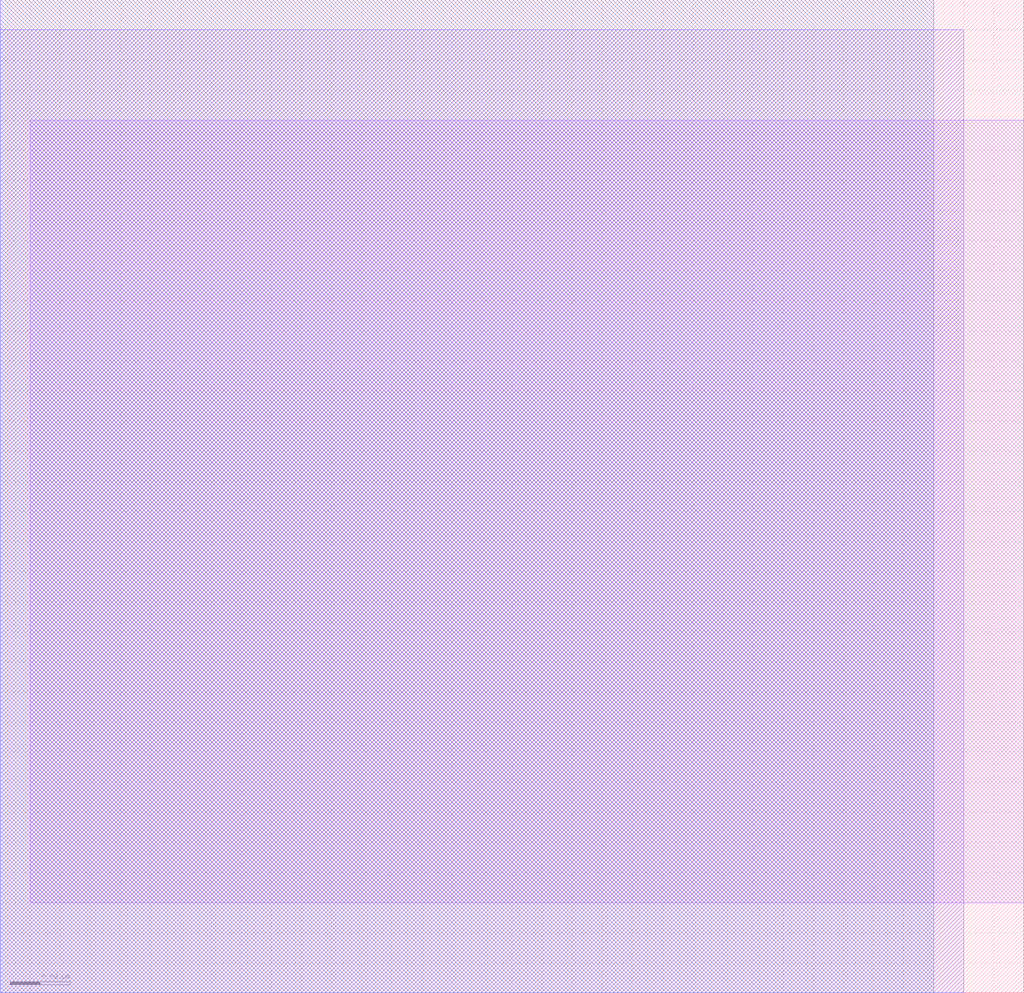
<source format=lef>
VERSION 5.7 ;
  NOWIREEXTENSIONATPIN ON ;
  DIVIDERCHAR "/" ;
  BUSBITCHARS "[]" ;
MACRO /home/bjmuld/work/hilas/fastlane/PDKs/sky130A_hilas/libs.ref/sky130_hilas_sc/mag/sky130_hilas_li2m2
  CLASS BLOCK ;
  FOREIGN /home/bjmuld/work/hilas/fastlane/PDKs/sky130A_hilas/libs.ref/sky130_hilas_sc/mag/sky130_hilas_li2m2 ;
  ORIGIN 0.140 0.150 ;
  SIZE 0.340 BY 0.330 ;
  OBS
      LAYER li1 ;
        RECT -0.130 -0.120 0.200 0.140 ;
      LAYER met1 ;
        RECT -0.140 -0.150 0.180 0.170 ;
      LAYER met2 ;
        RECT -0.140 -0.150 0.170 0.180 ;
  END
END /home/bjmuld/work/hilas/fastlane/PDKs/sky130A_hilas/libs.ref/sky130_hilas_sc/mag/sky130_hilas_li2m2
END LIBRARY


</source>
